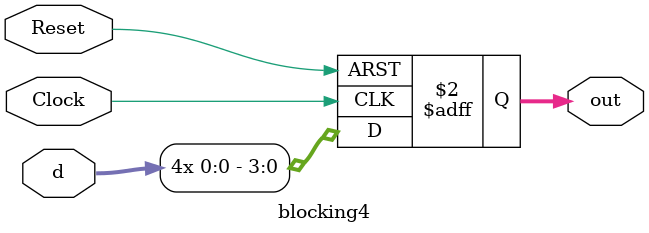
<source format=v>
module blocking4(
  input wire d
  , input wire Clock
  , input wire Reset
  , output reg[3:0] out
);

always @(posedge Clock or posedge Reset)
if(Reset)
  out = 4'b0000;
else
  begin
    //blocking assignment
    out[0] = d;
    out[1] = out[0];
    out[2] = out[1];
    out[3] = out[2];
  end
endmodule
</source>
